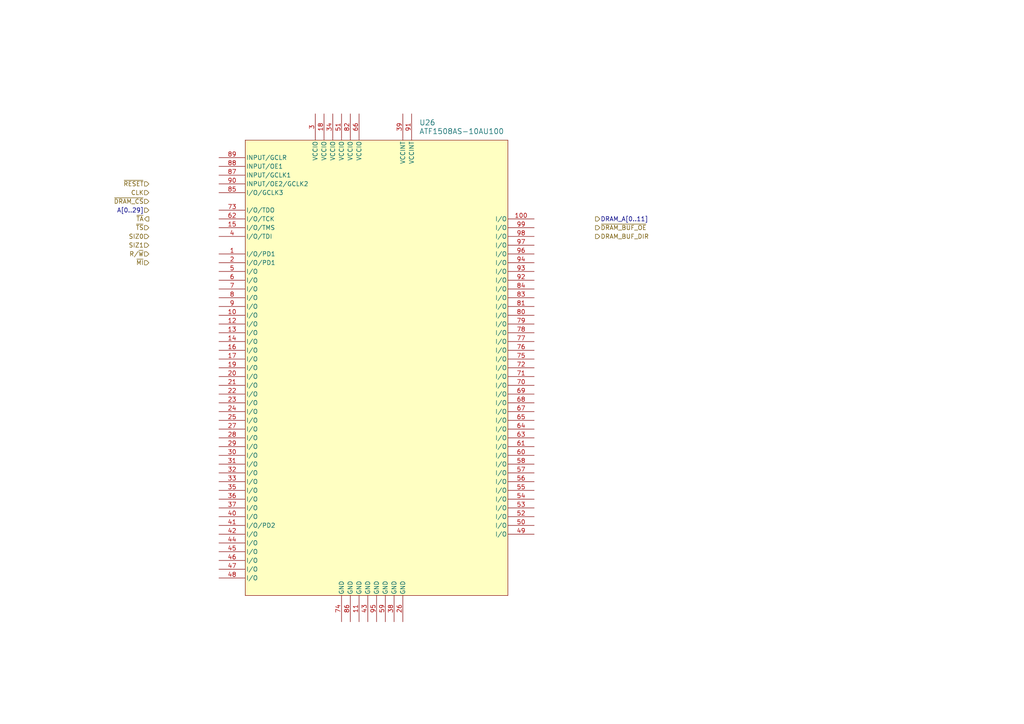
<source format=kicad_sch>
(kicad_sch (version 20230121) (generator eeschema)
  (paper "A4")
  (lib_symbols
    (symbol "68040:ATF1508AS-10AU100" (pin_names (offset 0.254))
      (property "Reference" "U" (at 0 2.54 0))
      (property "Value" "ATF1508AS-10AU100" (at 0 0 0))
      (symbol "ATF1508AS-10AU100_0_1"
        (pin bidirectional line (at -45.72 33.02 0) (length 7.62) (name "I/O/PD1") (number "1"))
        (pin bidirectional line (at -45.72 15.24 0) (length 7.62) (name "I/O") (number "10"))
        (pin bidirectional line (at 45.72 43.18 180) (length 7.62) (name "I/O") (number "100"))
        (pin power_in line (at -5.08 -73.66 90) (length 7.62) (name "GND") (number "11"))
        (pin bidirectional line (at -45.72 12.7 0) (length 7.62) (name "I/O") (number "12"))
        (pin bidirectional line (at -45.72 10.16 0) (length 7.62) (name "I/O") (number "13"))
        (pin bidirectional line (at -45.72 7.62 0) (length 7.62) (name "I/O") (number "14"))
        (pin bidirectional line (at -45.72 40.64 0) (length 7.62) (name "I/O/TMS") (number "15"))
        (pin bidirectional line (at -45.72 5.08 0) (length 7.62) (name "I/O") (number "16"))
        (pin bidirectional line (at -45.72 2.54 0) (length 7.62) (name "I/O") (number "17"))
        (pin power_in line (at -15.24 73.66 270) (length 7.62) (name "VCCIO") (number "18"))
        (pin bidirectional line (at -45.72 0 0) (length 7.62) (name "I/O") (number "19"))
        (pin bidirectional line (at -45.72 30.48 0) (length 7.62) (name "I/O/PD1") (number "2"))
        (pin bidirectional line (at -45.72 -2.54 0) (length 7.62) (name "I/O") (number "20"))
        (pin bidirectional line (at -45.72 -5.08 0) (length 7.62) (name "I/O") (number "21"))
        (pin bidirectional line (at -45.72 -7.62 0) (length 7.62) (name "I/O") (number "22"))
        (pin bidirectional line (at -45.72 -10.16 0) (length 7.62) (name "I/O") (number "23"))
        (pin bidirectional line (at -45.72 -12.7 0) (length 7.62) (name "I/O") (number "24"))
        (pin bidirectional line (at -45.72 -15.24 0) (length 7.62) (name "I/O") (number "25"))
        (pin power_in line (at 7.62 -73.66 90) (length 7.62) (name "GND") (number "26"))
        (pin bidirectional line (at -45.72 -17.78 0) (length 7.62) (name "I/O") (number "27"))
        (pin bidirectional line (at -45.72 -20.32 0) (length 7.62) (name "I/O") (number "28"))
        (pin bidirectional line (at -45.72 -22.86 0) (length 7.62) (name "I/O") (number "29"))
        (pin power_in line (at -17.78 73.66 270) (length 7.62) (name "VCCIO") (number "3"))
        (pin bidirectional line (at -45.72 -25.4 0) (length 7.62) (name "I/O") (number "30"))
        (pin bidirectional line (at -45.72 -27.94 0) (length 7.62) (name "I/O") (number "31"))
        (pin bidirectional line (at -45.72 -30.48 0) (length 7.62) (name "I/O") (number "32"))
        (pin bidirectional line (at -45.72 -33.02 0) (length 7.62) (name "I/O") (number "33"))
        (pin power_in line (at -12.7 73.66 270) (length 7.62) (name "VCCIO") (number "34"))
        (pin bidirectional line (at -45.72 -35.56 0) (length 7.62) (name "I/O") (number "35"))
        (pin bidirectional line (at -45.72 -38.1 0) (length 7.62) (name "I/O") (number "36"))
        (pin bidirectional line (at -45.72 -40.64 0) (length 7.62) (name "I/O") (number "37"))
        (pin power_in line (at 5.08 -73.66 90) (length 7.62) (name "GND") (number "38"))
        (pin power_in line (at 7.62 73.66 270) (length 7.62) (name "VCCINT") (number "39"))
        (pin bidirectional line (at -45.72 38.1 0) (length 7.62) (name "I/O/TDI") (number "4"))
        (pin bidirectional line (at -45.72 -43.18 0) (length 7.62) (name "I/O") (number "40"))
        (pin bidirectional line (at -45.72 -45.72 0) (length 7.62) (name "I/O/PD2") (number "41"))
        (pin bidirectional line (at -45.72 -48.26 0) (length 7.62) (name "I/O") (number "42"))
        (pin power_in line (at -2.54 -73.66 90) (length 7.62) (name "GND") (number "43"))
        (pin bidirectional line (at -45.72 -50.8 0) (length 7.62) (name "I/O") (number "44"))
        (pin bidirectional line (at -45.72 -53.34 0) (length 7.62) (name "I/O") (number "45"))
        (pin bidirectional line (at -45.72 -55.88 0) (length 7.62) (name "I/O") (number "46"))
        (pin bidirectional line (at -45.72 -58.42 0) (length 7.62) (name "I/O") (number "47"))
        (pin bidirectional line (at -45.72 -60.96 0) (length 7.62) (name "I/O") (number "48"))
        (pin bidirectional line (at 45.72 -48.26 180) (length 7.62) (name "I/O") (number "49"))
        (pin bidirectional line (at -45.72 27.94 0) (length 7.62) (name "I/O") (number "5"))
        (pin bidirectional line (at 45.72 -45.72 180) (length 7.62) (name "I/O") (number "50"))
        (pin power_in line (at -10.16 73.66 270) (length 7.62) (name "VCCIO") (number "51"))
        (pin bidirectional line (at 45.72 -43.18 180) (length 7.62) (name "I/O") (number "52"))
        (pin bidirectional line (at 45.72 -40.64 180) (length 7.62) (name "I/O") (number "53"))
        (pin bidirectional line (at 45.72 -38.1 180) (length 7.62) (name "I/O") (number "54"))
        (pin bidirectional line (at 45.72 -35.56 180) (length 7.62) (name "I/O") (number "55"))
        (pin bidirectional line (at 45.72 -33.02 180) (length 7.62) (name "I/O") (number "56"))
        (pin bidirectional line (at 45.72 -30.48 180) (length 7.62) (name "I/O") (number "57"))
        (pin bidirectional line (at 45.72 -27.94 180) (length 7.62) (name "I/O") (number "58"))
        (pin power_in line (at 2.54 -73.66 90) (length 7.62) (name "GND") (number "59"))
        (pin bidirectional line (at -45.72 25.4 0) (length 7.62) (name "I/O") (number "6"))
        (pin bidirectional line (at 45.72 -25.4 180) (length 7.62) (name "I/O") (number "60"))
        (pin bidirectional line (at 45.72 -22.86 180) (length 7.62) (name "I/O") (number "61"))
        (pin bidirectional line (at -45.72 43.18 0) (length 7.62) (name "I/O/TCK") (number "62"))
        (pin bidirectional line (at 45.72 -20.32 180) (length 7.62) (name "I/O") (number "63"))
        (pin bidirectional line (at 45.72 -17.78 180) (length 7.62) (name "I/O") (number "64"))
        (pin bidirectional line (at 45.72 -15.24 180) (length 7.62) (name "I/O") (number "65"))
        (pin power_in line (at -5.08 73.66 270) (length 7.62) (name "VCCIO") (number "66"))
        (pin bidirectional line (at 45.72 -12.7 180) (length 7.62) (name "I/O") (number "67"))
        (pin bidirectional line (at 45.72 -10.16 180) (length 7.62) (name "I/O") (number "68"))
        (pin bidirectional line (at 45.72 -7.62 180) (length 7.62) (name "I/O") (number "69"))
        (pin bidirectional line (at -45.72 22.86 0) (length 7.62) (name "I/O") (number "7"))
        (pin bidirectional line (at 45.72 -5.08 180) (length 7.62) (name "I/O") (number "70"))
        (pin bidirectional line (at 45.72 -2.54 180) (length 7.62) (name "I/O") (number "71"))
        (pin bidirectional line (at 45.72 0 180) (length 7.62) (name "I/O") (number "72"))
        (pin bidirectional line (at -45.72 45.72 0) (length 7.62) (name "I/O/TDO") (number "73"))
        (pin power_in line (at -10.16 -73.66 90) (length 7.62) (name "GND") (number "74"))
        (pin bidirectional line (at 45.72 2.54 180) (length 7.62) (name "I/O") (number "75"))
        (pin bidirectional line (at 45.72 5.08 180) (length 7.62) (name "I/O") (number "76"))
        (pin bidirectional line (at 45.72 7.62 180) (length 7.62) (name "I/O") (number "77"))
        (pin bidirectional line (at 45.72 10.16 180) (length 7.62) (name "I/O") (number "78"))
        (pin bidirectional line (at 45.72 12.7 180) (length 7.62) (name "I/O") (number "79"))
        (pin bidirectional line (at -45.72 20.32 0) (length 7.62) (name "I/O") (number "8"))
        (pin bidirectional line (at 45.72 15.24 180) (length 7.62) (name "I/O") (number "80"))
        (pin bidirectional line (at 45.72 17.78 180) (length 7.62) (name "I/O") (number "81"))
        (pin power_in line (at -7.62 73.66 270) (length 7.62) (name "VCCIO") (number "82"))
        (pin bidirectional line (at 45.72 20.32 180) (length 7.62) (name "I/O") (number "83"))
        (pin bidirectional line (at 45.72 22.86 180) (length 7.62) (name "I/O") (number "84"))
        (pin bidirectional line (at -45.72 50.8 0) (length 7.62) (name "I/O/GCLK3") (number "85"))
        (pin power_in line (at -7.62 -73.66 90) (length 7.62) (name "GND") (number "86"))
        (pin bidirectional line (at -45.72 55.88 0) (length 7.62) (name "INPUT/GCLK1") (number "87"))
        (pin bidirectional line (at -45.72 58.42 0) (length 7.62) (name "INPUT/OE1") (number "88"))
        (pin bidirectional line (at -45.72 60.96 0) (length 7.62) (name "INPUT/GCLR") (number "89"))
        (pin bidirectional line (at -45.72 17.78 0) (length 7.62) (name "I/O") (number "9"))
        (pin bidirectional line (at -45.72 53.34 0) (length 7.62) (name "INPUT/OE2/GCLK2") (number "90"))
        (pin power_in line (at 10.16 73.66 270) (length 7.62) (name "VCCINT") (number "91"))
        (pin bidirectional line (at 45.72 25.4 180) (length 7.62) (name "I/O") (number "92"))
        (pin bidirectional line (at 45.72 27.94 180) (length 7.62) (name "I/O") (number "93"))
        (pin bidirectional line (at 45.72 30.48 180) (length 7.62) (name "I/O") (number "94"))
        (pin power_in line (at 0 -73.66 90) (length 7.62) (name "GND") (number "95"))
        (pin bidirectional line (at 45.72 33.02 180) (length 7.62) (name "I/O") (number "96"))
        (pin bidirectional line (at 45.72 35.56 180) (length 7.62) (name "I/O") (number "97"))
        (pin bidirectional line (at 45.72 38.1 180) (length 7.62) (name "I/O") (number "98"))
        (pin bidirectional line (at 45.72 40.64 180) (length 7.62) (name "I/O") (number "99"))
      )
      (symbol "ATF1508AS-10AU100_1_1"
        (rectangle (start -38.1 66.04) (end 38.1 -66.04) (fill (type background)))
      )
    )
  )
  (hierarchical_label "~{MI}" (shape input) (at 43.18 76.2 180))
  (hierarchical_label "DRAM_BUF_DIR" (shape output) (at 172.72 68.58 0))
  (hierarchical_label "CLK" (shape input) (at 43.18 55.88 180))
  (hierarchical_label "~{DRAM_BUF_OE}" (shape output) (at 172.72 66.04 0))
  (hierarchical_label "DRAM_A[0..11]" (shape output) (at 172.72 63.5 0))
  (hierarchical_label "~{TA}" (shape output) (at 43.18 63.5 180))
  (hierarchical_label "A[0..29]" (shape input) (at 43.18 60.96 180))
  (hierarchical_label "~{DRAM_CS}" (shape input) (at 43.18 58.42 180))
  (hierarchical_label "SIZ0" (shape input) (at 43.18 68.58 180))
  (hierarchical_label "SIZ1" (shape input) (at 43.18 71.12 180))
  (hierarchical_label "~{RESET}" (shape input) (at 43.18 53.34 180))
  (hierarchical_label "R{slash}~{W}" (shape input) (at 43.18 73.66 180))
  (hierarchical_label "~{TS}" (shape input) (at 43.18 66.04 180))
  (symbol (lib_id "68040:ATF1508AS-10AU100") (at 109.22 106.68 0) (unit 1)
    (property "Reference" "U26" (at 121.5741 35.56 0) (effects (font (size 1.524 1.524)) (justify left)))
    (property "Value" "ATF1508AS-10AU100" (at 121.5741 38.1 0) (effects (font (size 1.524 1.524)) (justify left)))
    (property "Footprint" "68040:100A_ATM" (effects hide))
    (property "Datasheet" "ATF1508AS-10AU100" (effects hide))
  )
)
</source>
